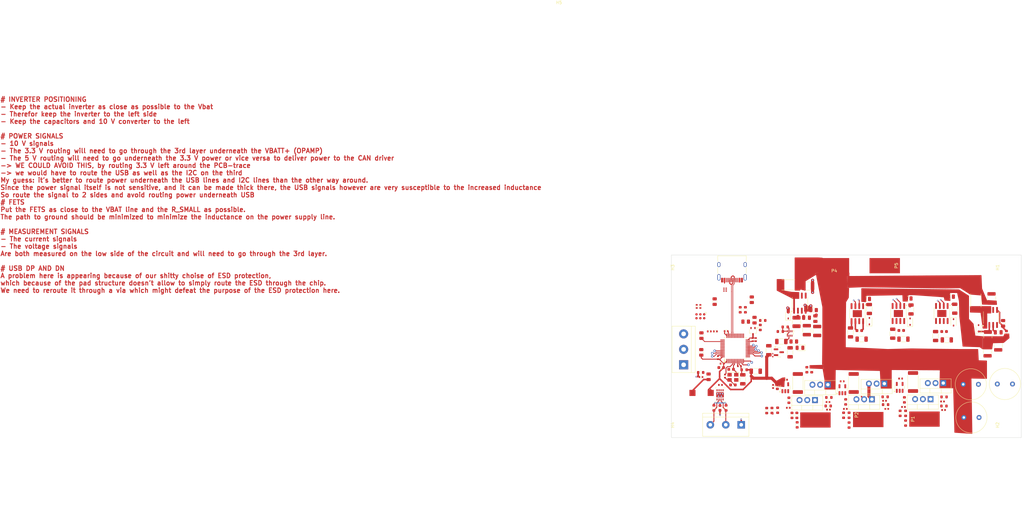
<source format=kicad_pcb>
(kicad_pcb (version 20221018) (generator pcbnew)
  (layers (0 "F.Cu" signal) (1 "In1.Cu" power) (2 "In2.Cu" power) (31 "B.Cu" signal) (34 "B.Paste" user) (35 "F.Paste" user) (36 "B.SilkS" user "B.Silkscreen") (37 "F.SilkS" user "F.Silkscreen") (38 "B.Mask" user) (39 "F.Mask" user) (44 "Edge.Cuts" user))
  (net 0 "")
  (net 1 "+10V")
  (net 2 "GND")
  (net 3 "Net-(D1-K)")
  (net 4 "Net-(U1-VS)")
  (net 5 "Net-(D2-K)")
  (net 6 "Net-(U2-VS)")
  (net 7 "Net-(D3-K)")
  (net 8 "Net-(C7-Pad1)")
  (net 9 "Net-(C8-Pad1)")
  (net 10 "Net-(C9-Pad1)")
  (net 11 "Net-(C10-Pad1)")
  (net 12 "Net-(C11-Pad1)")
  (net 13 "Net-(C12-Pad1)")
  (net 14 "Net-(C13-Pad1)")
  (net 15 "Net-(C14-Pad1)")
  (net 16 "Net-(C15-Pad1)")
  (net 17 "+BATT")
  (net 18 "+3.3V")
  (net 19 "/CPU/BOOT0")
  (net 20 "Net-(U3-VS)")
  (net 21 "/CPU/HSE_IN")
  (net 22 "+5V")
  (net 23 "/CPU/SWD_NRESET")
  (net 24 "/POWER/VBUCK5_OUT")
  (net 25 "USB_VBUS")
  (net 26 "Net-(U10-TC)")
  (net 27 "Net-(U11-TC)")
  (net 28 "Net-(D1-A)")
  (net 29 "Net-(D2-A)")
  (net 30 "Net-(D3-A)")
  (net 31 "Net-(D7-K)")
  (net 32 "Net-(D8-K)")
  (net 33 "Net-(D9-A)")
  (net 34 "/CPU/I2C_SDA")
  (net 35 "/CPU/I2C_SCL")
  (net 36 "+3.3VA")
  (net 37 "Net-(J4-CC1)")
  (net 38 "USB_DP")
  (net 40 "Net-(J4-CC2)")
  (net 42 "/DRIVER/PhaseU")
  (net 43 "/DRIVER/PhaseV")
  (net 44 "/DRIVER/PhaseW")
  (net 45 "Net-(Q1-G)")
  (net 46 "Net-(Q2-G)")
  (net 47 "/DRIVER/PhaseU_CURRENT+")
  (net 48 "Net-(Q3-G)")
  (net 49 "Net-(Q4-G)")
  (net 50 "/DRIVER/PhaseV_CURRENT+")
  (net 51 "Net-(Q5-G)")
  (net 52 "Net-(Q6-G)")
  (net 53 "/DRIVER/PhaseW_CURRENT+")
  (net 54 "Net-(Q7-B)")
  (net 55 "Net-(Q7-E)")
  (net 56 "Net-(U1-HO)")
  (net 57 "Net-(U1-LO)")
  (net 58 "Net-(U2-HO)")
  (net 59 "Net-(U2-LO)")
  (net 60 "Net-(R22-Pad1)")
  (net 61 "PhaseW_DIV")
  (net 62 "Net-(R25-Pad1)")
  (net 63 "PhaseV_DIV")
  (net 64 "Net-(R28-Pad1)")
  (net 65 "PhaseU_DIV")
  (net 66 "Phase_GVIRTUAL")
  (net 67 "/CPU/MEAS_BAT")
  (net 68 "Net-(R36-Pad1)")
  (net 69 "/CPU/MEAS_TEMP")
  (net 70 "/CPU/HSE_OUT")
  (net 71 "/CPU/SWD_SWDIO")
  (net 72 "/CPU/SWD_SWCLK")
  (net 73 "Net-(U10-Vfb)")
  (net 74 "Net-(U11-Vfb)")
  (net 75 "USB_RENUMn")
  (net 76 "USB_SENSE")
  (net 77 "Net-(U13-PR1)")
  (net 78 "PhaseU_SWITCH")
  (net 79 "PhaseU_SD")
  (net 80 "PhaseV_SWITCH")
  (net 81 "PhaseV_SD")
  (net 82 "PhaseW_SWITCH")
  (net 83 "PhaseW_SD")
  (net 84 "PhaseU_CURRENT")
  (net 85 "PhaseV_CURRENT")
  (net 86 "PhaseW_CURRENT")
  (net 97 "/CPU/CAN_RX")
  (net 98 "/CPU/CAN_TX")
  (net 102 "Net-(C35-Pad2)")
  (net 104 "Net-(U3-HO)")
  (net 105 "Net-(U3-LO)")
  (net 106 "Net-(J1-SWDIO)")
  (net 107 "Net-(J1-~{RESET})")
  (net 108 "Net-(J1-SWCLK)")
  (net 109 "/CPU/CAN_L")
  (net 110 "/CPU/CAN_H")
  (net 111 "/CPU/CAN_N")
  (net 112 "USB_DN")
  (net 113 "/POWER/VBUCK5_IN")
  (net 114 "/POWER/VBUCK10_IN")
  (footprint "Resistor_SMD:R_0603_1608Metric" (layer "F.Cu") (at 67.4 104.3125 90)
    (fp_text reference "R53" hide)
    (fp_text value "33k")
  )
  (footprint "Capacitor_SMD:C_0603_1608Metric" (layer "F.Cu") (at 54.55 117.5 180)
    (fp_text reference "C22" hide)
    (fp_text value "4.7uF")
  )
  (footprint "Package_TO_SOT_THT:TO-220-3_Vertical" (layer "F.Cu") (at 127.54 122.5925 180)
    (fp_text reference "Q1" hide)
    (fp_text value "IRFZ44N")
  )
  (footprint "Resistor_SMD:R_0603_1608Metric" (layer "F.Cu") (at 47.8 119.1 180)
    (fp_text reference "R37" hide)
    (fp_text value "33k")
  )
  (footprint "Capacitor_THT:C_Radial_D10.0mm_H20.0mm_P5.00mm" (layer "F.Cu") (at 145.3 122.9)
    (fp_text reference "C16" hide)
    (fp_text value "470uF")
  )
  (footprint "Resistor_SMD:R_0402_1005Metric" (layer "F.Cu") (at 60.55 117.025 180)
    (fp_text reference "C30" hide)
    (fp_text value "0.1uF")
  )
  (footprint "Diode_SMD:D_SOD-323" (layer "F.Cu") (at 139.14 104.5875 90)
    (fp_text reference "D8" hide)
    (fp_text value "1N5819WS")
  )
  (footprint "bldc:MICROCHIP_CAN_ATA6560-GAQW-N" (layer "F.Cu") (at 54.175 126.45 180)
    (fp_text reference "U8" hide)
    (fp_text value "~")
  )
  (footprint "bldc:MountingHole_1.152mm_jlcpcb" (layer "F.Cu") (at 149.1 84.6 90)
    (fp_text reference "H1")
    (fp_text value "MountingHole")
  )
  (footprint "Resistor_SMD:R_2512_6332Metric" (layer "F.Cu") (at 79.7375 122.5725 90)
    (fp_text reference "R12" hide)
    (fp_text value "3m")
  )
  (footprint "Resistor_SMD:R_1206_3216Metric" (layer "F.Cu") (at 128.7 108.4)
    (fp_text reference "R4" hide)
    (fp_text value "51")
  )
  (footprint "Capacitor_THT:C_Radial_D10.0mm_H20.0mm_P5.00mm" (layer "F.Cu") (at 134.3 133.9)
    (fp_text reference "C18" hide)
    (fp_text value "470uF")
  )
  (footprint "Capacitor_SMD:C_1206_3216Metric" (layer "F.Cu") (at 61.65 121.35 -90)
    (fp_text reference "C29" hide)
    (fp_text value "1uF")
  )
  (footprint "Package_TO_SOT_SMD:SOT-23-5" (layer "F.Cu") (at 94.3775 124.7725 90)
    (fp_text reference "U5" hide)
    (fp_text value "INA180A2")
  )
  (footprint "bldc:SolderWirePad_1x01_SMD_5x10mm" (layer "F.Cu") (at 85.5175 134.7175 -90)
    (fp_text reference "P3" hide)
    (fp_text value "~")
  )
  (footprint "Resistor_SMD:R_0805_2012Metric" (layer "F.Cu") (at 50.4 120.525 90)
    (fp_text reference "R36" hide)
    (fp_text value "1.5k")
  )
  (footprint "Resistor_SMD:R_0603_1608Metric" (layer "F.Cu") (at 89.9375 127.3175 180)
    (fp_text reference "R21" hide)
    (fp_text value "1")
  )
  (footprint "bldc:MountingHole_1.152mm_jlcpcb" (layer "F.Cu") (at 42.3 84.6 90)
    (fp_text reference "H3")
    (fp_text value "MountingHole")
  )
  (footprint "Package_TO_SOT_THT:TO-220-3_Vertical" (layer "F.Cu") (at 85.3775 128.1725 180)
    (fp_text reference "Q6" hide)
    (fp_text value "IRFZ44N")
  )
  (footprint "LED_SMD:LED_0805_2012Metric" (layer "F.Cu") (at 80.4375 111 180)
    (fp_text reference "D9" hide)
    (fp_text value "LED")
  )
  (footprint "Resistor_SMD:R_0603_1608Metric" (layer "F.Cu") (at 84.3 118.2 -90)
    (fp_text reference "R34" hide)
    (fp_text value "200k")
  )
  (footprint "Resistor_SMD:R_0603_1608Metric" (layer "F.Cu") (at 148.3 106.3 -90)
    (fp_text reference "R48" hide)
    (fp_text value "12k")
  )
  (footprint "Resistor_SMD:R_0603_1608Metric" (layer "F.Cu") (at 96.5775 133.1725 -90)
    (fp_text reference "R26" hide)
    (fp_text value "33k")
  )
  (footprint "Resistor_SMD:R_1206_3216Metric" (layer "F.Cu") (at 97.045 105.9375 -90)
    (fp_text reference "R7" hide)
    (fp_text value "51")
  )
  (footprint "bldc:MountingHole_1.152mm_jlcpcb" (layer "F.Cu") (at 149.1 136.4 90)
    (fp_text reference "H2")
    (fp_text value "MountingHole")
  )
  (footprint "Resistor_SMD:R_1206_3216Metric" (layer "F.Cu") (at 100.7 108.15)
    (fp_text reference "R6" hide)
    (fp_text value "51")
  )
  (footprint "Package_TO_SOT_SMD:SOT-583-8" (layer "F.Cu") (at 77.0625 106.285 -90)
    (fp_text reference "U13" hide)
    (fp_text value "~")
  )
  (footprint "Resistor_SMD:R_2512_6332Metric" (layer "F.Cu") (at 117.6 122.2375 90)
    (fp_text reference "R10" hide)
    (fp_text value "3m")
  )
  (footprint "Resistor_SMD:R_0603_1608Metric" (layer "F.Cu") (at 96.5775 136.3975 -90)
    (fp_text reference "R25" hide)
    (fp_text value "33k")
  )
  (footprint "Resistor_SMD:R_0603_1608Metric" (layer "F.Cu") (at 79.4175 133.2175 -90)
    (fp_text reference "R23" hide)
    (fp_text value "33k")
  )
  (footprint "Diode_SMD:D_SOD-323" (layer "F.Cu") (at 103.2625 102.2375 90)
    (fp_text reference "D3" hide)
    (fp_text value "1N5819WS")
  )
  (footprint "Capacitor_SMD:C_0402_1005Metric" (layer "F.Cu") (at 89.6575 128.8175)
    (fp_text reference "C15" hide)
    (fp_text value "10nF")
  )
  (footprint "Resistor_SMD:R_0805_2012Metric" (layer "F.Cu") (at 62.6 102.4)
    (fp_text reference "R57" hide)
    (fp_text value "1.5k")
  )
  (footprint "bldc:SolderWirePad_1x01_SMD_5x10mm" (layer "F.Cu") (at 121.3625 134.435 90)
    (fp_text reference "P1")
    (fp_text value "~")
  )
  (footprint "Resistor_SMD:R_0603_1608Metric" (layer "F.Cu") (at 127.8 127.1375 180)
    (fp_text reference "R19" hide)
    (fp_text value "1")
  )
  (footprint "Capacitor_SMD:C_0603_1608Metric" (layer "F.Cu") (at 54.15 130.75 -90)
    (fp_text reference "C34" hide)
    (fp_text value "100pF")
  )
  (footprint "Resistor_SMD:R_0402_1005Metric" (layer "F.Cu") (at 75.68 121.4925)
    (fp_text reference "C21" hide)
    (fp_text value "0.1uF")
  )
  (footprint "Resistor_SMD:R_0603_1608Metric" (layer "F.Cu") (at 73.9875 105.645 180)
    (fp_text reference "R62" hide)
    (fp_text value "33k")
  )
  (footprint "Capacitor_SMD:C_0402_1005Metric" (layer "F.Cu") (at 89.8175 131.3175 180)
    (fp_text reference "C12" hide)
    (fp_text value "10nF")
  )
  (footprint "Resistor_SMD:R_0805_2012Metric" (layer "F.Cu") (at 65.5 101.9 -90)
    (fp_text reference "R51" hide)
    (fp_text value "1.5k")
  )
  (footprint "Capacitor_SMD:C_1206_3216Metric" (layer "F.Cu") (at 74.3125 108.925 180)
    (fp_text reference "C38" hide)
    (fp_text value "1uF")
  )
  (footprint "Resistor_SMD:R_0603_1608Metric" (layer "F.Cu") (at 114.7625 128.11 -90)
    (fp_text reference "R13" hide)
    (fp_text value "1")
  )
  (footprint "Resistor_SMD:R_0603_1608Metric" (layer "F.Cu") (at 56.15 130.75 -90)
    (fp_text reference "R42" hide)
    (fp_text value "56")
  )
  (footprint "Resistor_SMD:R_0402_1005Metric" (layer "F.Cu") (at 71.6 123.71 90)
    (fp_text reference "TH1" hide)
    (fp_text value "47k")
  )
  (footprint "Capacitor_SMD:C_0402_1005Metric" (layer "F.Cu") (at 108.9775 131.0725 180)
    (fp_text reference "C11" hide)
    (fp_text value "10nF")
  )
  (footprint "Capacitor_SMD:C_1206_3216Metric" (layer "F.Cu") (at 77.2 112.475 -90)
    (fp_text reference "C46" hide)
    (fp_text value "1uF")
  )
  (footprint "Package_TO_SOT_THT:TO-220-3_Vertical" (layer "F.Cu") (at 108.1775 122.7725 180)
    (fp_text reference "Q3" hide)
    (fp_text value "IRFZ44N")
  )
  (footprint "TerminalBlock:TerminalBlock_bornier-3_P5.08mm" (layer "F.Cu") (at 42.2 116.58 90)
    (fp_text reference "J3" hide)
    (fp_text value "Screw_Terminal_01x03")
  )
  (footprint "Capacitor_SMD:C_0805_2012Metric" (layer "F.Cu") (at 115.99 94.7825)
    (fp_text reference "C2" hide)
    (fp_text value "0.47uF")
  )
  (footprint "Resistor_SMD:R_0603_1608Metric" (layer "F.Cu") (at 94.7775 133.1725 90)
    (fp_text reference "R27" hide)
    (fp_text value "33k")
  )
  (footprint "Package_SO:SOIC-8_3.9x4.9mm_P1.27mm" (layer "F.Cu") (at 143.305 101.025 90)
    (fp_text reference "U11" hide)
    (fp_text value "MC34063AD")
  )
  (footprint "Capacitor_SMD:C_0402_1005Metric" (layer "F.Cu") (at 76.6025 130.7175)
    (fp_text reference "C9" hide)
    (fp_text value "10nF")
  )
  (footprint "Resistor_SMD:R_0402_1005Metric" (layer "F.Cu") (at 47.89 120.6125 180)
    (fp_text reference "C25" hide)
    (fp_text value "0.1uF")
  )
  (footprint "Resistor_SMD:R_0603_1608Metric" (layer "F.Cu") (at 82.7 118.2 -90)
    (fp_text reference "R35" hide)
    (fp_text value "33k")
  )
  (footprint "Resistor_SMD:R_0603_1608Metric" (layer "F.Cu") (at 62.1 118.225)
    (fp_text reference "FB1" hide)
    (fp_text value "120R")
  )
  (footprint "Package_SO:SOIC-8-1EP_3.9x4.9mm_P1.27mm_EP2.29x3mm" (layer "F.Cu") (at 99.295 99.7675 -90)
    (fp_text reference "U3" hide)
    (fp_text value "ir2104")
  )
  (footprint "Resistor_SMD:R_0603_1608Metric" (layer "F.Cu") (at 76.8025 128.2425 -90)
    (fp_text reference "R15" hide)
    (fp_text value "1")
  )
  (footprint "bldc:SolderWirePad_1x01_SMD_5x10mm" (layer "F.Cu") (at 91.6 84 -90)
    (fp_text reference "P4")
    (fp_text value "~")
  )
  (footprint "Capacitor_SMD:C_1210_3225Metric" (layer "F.Cu") (at 86.1 105.475 90)
    (fp_text reference "C37" hide)
    (fp_text value "100uF")
  )
  (footprint "Connector_USB:USB_C_Receptacle_HRO_TYPE-C-31-M-12" (layer "F.Cu") (at 58.1 84.7 180)
    (fp_text reference "J4" hide)
    (fp_text value "TYPE-C-31-M-12")
  )
  (footprint "Resistor_SMD:R_0603_1608Metric" (layer "F.Cu") (at 79.5175 136.3175 -90)
    (fp_text reference "R22" hide)
    (fp_text value "33k")
  )
  (footprint "Capacitor_SMD:C_1210_3225Metric" (layer "F.Cu") (at 143.4 94.745 90)
    (fp_text reference "C45" hide)
    (fp_text value "100uF")
  )
  (footprint "Capacitor_SMD:C_1206_3216Metric" (layer "F.Cu") (at 65.9 118.7)
    (fp_text reference "C31" hide)
    (fp_text value "1uF")
  )
  (footprint "Package_TO_SOT_SMD:SOT-23-5" (layer "F.Cu") (at 75.6175 124.1175 90)
    (fp_text reference "U6" hide)
    (fp_text value "INA180A2")
  )
  (footprint "Resistor_SMD:R_1206_3216Metric" (layer "F.Cu") (at 116.93 98.4 -90)
    (fp_text reference "R2" hide)
    (fp_text value "10")
  )
  (footprint "Resistor_SMD:R_0603_1608Metric" (layer "F.Cu") (at 127.7625 130.135)
    (fp_text reference "R16" hide)
    (fp_text value "1")
  )
  (footprint "Resistor_SMD:R_0805_2012Metric" (layer "F.Cu") (at 84.9 98.6 180)
    (fp_text reference "R54" hide)
    (fp_text value "1.5k")
  )
  (footprint "Package_QFP:LQFP-48_7x7mm_P0.5mm" (layer "F.Cu") (at 59.15 111.2 90)
    (fp_text reference "U7" hide)
    (fp_text value "STM32F303CBTx")
  )
  (footprint "Resistor_SMD:R_0805_2012Metric" (layer "F.Cu") (at 52.4 95.8125 -90)
    (fp_text reference "R56" hide)
    (fp_text value "5.1k")
  )
  (footprint "Resistor_SMD:R_0805_2012Metric" (layer "F.Cu") (at 147.2 102.95 90)
    (fp_text reference "R55" hide)
    (fp_text value "1.5k")
  )
  (footprint "Resistor_SMD:R_0603_1608Metric" (layer "F.Cu") (at 73.1 131.525 90)
    (fp_text reference "R33" hide)
    (fp_text value "33k")
  )
  (footprint "Package_TO_SOT_THT:TO-220-3_Vertical" (layer "F.Cu") (at 104.0775 127.9175 180)
    (fp_text reference "Q4" hide)
    (fp_text value "IRFZ44N")
  )
  (footprint "Resistor_SMD:R_0603_1608Metric" (layer "F.Cu") (at 95.4625 128.78 -90)
    (fp_text reference "R14" hide)
    (fp_text value "1")
  )
  (footprint "bldc:TI_USB-ESD_TPD4S012" (layer "F.Cu") (at 55.825 91.9 90)
    (fp_text reference "U9" hide)
    (fp_text value "~")
  )
  (footprint "Package_TO_SOT_THT:TO-220-3_Vertical" (layer "F.Cu") (at 89.6175 123.1175 180)
    (fp_text reference "Q5" hide)
    (fp_text value "IRFZ44N")
  )
  (footprint "Resistor_SMD:R_0603_1608Metric" (layer "F.Cu") (at 71.23 131.6 90)
    (fp_text reference "R32" hide)
    (fp_text value "33k")
  )
  (footprint "Capacitor_SMD:C_0603_1608Metric" (layer "F.Cu") (at 99.945 105.3375 180)
    (fp_text reference "C6" hide)
    (fp_text value "4.7uF")
  )
  (footprint "Resistor_SMD:R_0603_1608Metric" (layer "F.Cu") (at 60.8 98.5 -90)
    (fp_text reference "R49" hide)
    (fp_text value "33k")
  )
  (footprint "Resistor_SMD:R_0603_1608Metric" (layer "F.Cu") (at 115.1625 132.535 -90)
    (fp_text reference "R29" hide)
    (fp_text value "33k")
  )
  (footprint "Capacitor_SMD:C_0402_1005Metric" (layer "F.Cu") (at 127.6425 131.435 180)
    (fp_text reference "C10" hide)
    (fp_text value "10nF")
  )
  (footprint "Resistor_SMD:R_0402_1005Metric" (layer "F.Cu") (at 55.8 120.3 -90)
    (fp_text reference "R45" hide)
    (fp_text value "0")
  )
  (footprint "Resistor_SMD:R_0402_1005Metric" (layer "F.Cu") (at 113.525 121.11)
    (fp_text reference "C19" hide)
    (fp_text value "0.1uF")
  )
  (footprint "Resistor_SMD:R_0805_2012Metric" (layer "F.Cu") (at 48 112.5 90)
    (fp_text reference "R46" hide)
    (fp_text value "4.7k")
  )
  (footprint "Capacitor_SMD:C_1210_3225Metric" (layer "F.Cu") (at 83.1 90.7)
    (fp_text reference "C44" hide)
    (fp_text value "100uF")
  )
  (footprint "Package_SO:SOIC-8_3.9x4.9mm_P1.27mm" (layer "F.Cu") (at 80.41 96.3275 90)
    (fp_text reference "U10" hide)
    (fp_text value "MC34063AD")
  )
  (footprint "Resistor_SMD:R_1206_3216Metric" (layer "F.Cu") (at 125.015 107.125 -90)
    (fp_text reference "R5" hide)
    (fp_text value "51")
  )
  (footprint "Resistor_SMD:R_0402_1005Metric" (layer "F.Cu") (at 52.63 105.6 180)
    (fp_text reference "R39" hide)
    (fp_text value "10")
  )
  (footprint "Capacitor_SMD:C_1210_3225Metric" (layer "F.Cu") (at 142.1 112.15 -90)
    (fp_text reference "C41" hide)
    (fp_text value "100uF")
  )
  (footprint "Resistor_SMD:R_0603_1608Metric" (layer "F.Cu") (at 52.15 130.75 90)
    (fp_text reference "R43" hide)
    (fp_text value "56")
  )
  (footprint "Capacitor_SMD:C_0603_1608Metric" (layer "F.Cu") (at 58.4 123.2)
    (fp_text reference "C35" hide)
    (fp_text value "20pF")
  )
  (footprint "Diode_SMD:D_SOD-323" (layer "F.Cu") (at 130.915 102.6375 -90)
    (fp_text reference "D1" hide)
    (fp_text value "1N5819WS")
  )
  (footprint "Capacitor_SMD:C_0805_2012Metric" (layer "F.Cu") (at 129.915 94.1875)
    (fp_text reference "C1" hide)
    (fp_text value "0.47uF")
  )
  (footprint "Capacitor_THT:C_Radial_D10.0mm_H20.0mm_P5.00mm" (layer "F.Cu") (at 134.1 123)
    (fp_text reference "C17" hide)
    (fp_text value "470uF")
  )
  (footprint "Capacitor_SMD:C_0402_1005Metric" (layer "F.Cu") (at 95.3625 131.08)
    (fp_text reference "C8" hide)
    (fp_text value "10nF")
  )
  (footprint "bldc:SolderWirePad_1x01_SMD_5x10mm" (layer "F.Cu") (at 108.3 84 -90)
    (fp_text reference "P5")
    (fp_text value "~")
  )
  (footprint "Capacitor_SMD:C_0603_1608Metric" (layer "F.Cu") (at 113.73 105.3 180)
    (fp_text reference "C5" hide)
    (fp_text value "4.7uF")
  )
  (footprint "Capacitor_SMD:C_0402_1005Metric" (layer "F.Cu") (at 108.2375 128.4175)
    (fp_text reference "C14" hide)
    (fp_text value "10nF")
  )
  (footprint "Capacitor_SMD:C_0603_1608Metric" (layer "F.Cu") (at 127.815 105.65 180)
    (fp_text reference "C4" hide)
    (fp_text value "4.7uF")
  )
  (footprint "Resistor_SMD:R_2512_6332Metric" (layer "F.Cu") (at 76.615 90.3025 180)
    (fp_text reference "R59" hide)
    (fp_text value "0.33")
  )
  (footprint "Crystal:Crystal_SMD_3225-4Pin_3.2x2.5mm" (layer "F.Cu") (at 58.4 120.7 180)
    (fp_text reference "Y1" hide)
    (fp_text value "8 MHz")
  )
  (footprint "Resistor_SMD:R_1206_3216Metric" (layer "F.Cu") (at 110.93 106.3625 -90)
    (fp_text reference "R9" hide)
    (fp_text value "51")
  )
  (footprint "Resistor_SMD:R_0402_1005Metric" (layer "F.Cu") (at 54.85 116.2 180)
    (fp_text reference "C27" hide)
    (fp_text value "0.1uF")
  )
  (footprint "Resistor_SMD:R_0402_1005Metric" (layer "F.Cu") (at 53.475 114.225 90)
    (fp_text reference "C23" hide)
    (fp_text value "0.1uF")
  )
  (footprint "Package_TO_SOT_SMD:SOT-23" (layer "F.Cu") (at 73.5 112.45)
    (fp_text reference "U14" hide)
    (fp_text value "XC6206P332MR-G")
  )
  (footprint "bldc:ALPSALPINE_BUTTON_SPEH110100" (layer "F.Cu") (at 48.1 125.825 180)
    (fp_text reference "SW1" hide)
    (fp_text value "SW_Push")
  )
  (footprint "Resistor_SMD:R_0603_1608Metric" (layer "F.Cu") (at 89.7175 130.1175)
    (fp_text reference "R18" hide)
    (fp_text value "1")
  )
  (footprint "Inductor_SMD:L_1210_3225Metric" (layer "F.Cu") (at 79.3 102.5 90)
    (fp_text reference "L1" hide)
    (fp_text value "100u")
  )
  (footprint "Capacitor_SMD:C_0805_2012Metric" (layer "F.Cu") (at 102.345 94.9375)
    (fp_text reference "C3" hide)
    (fp_text value "0.47uF")
  )
  (footprint "Diode_SMD:D_SOD-323" (layer "F.Cu") (at 76.6 100.3 90)
    (fp_text reference "D7" hide)
    (fp_text value "1N5819WS")
  )
  (footprint "Resistor_SMD:R_0603_1608Metric" (layer "F.Cu") (at 68.2 102.0125)
    (fp_text reference "R52" hide)
    (fp_text value "12k")
  )
  (footprint "Resistor_SMD:R_0805_2012Metric" (layer "F.Cu") (at 64.6 95.2 -90)
    (fp_text reference "R58" hide)
    (fp_text value "5.1k")
  )
  (footprint "Inductor_SMD:L_1210_3225Metric" (layer "F.Cu") (at 142.2 107.2 90)
    (fp_text reference "L2" hide)
    (fp_text value "100u")
  )
  (footprint "Capacitor_SMD:C_0603_1608Metric" (layer "F.Cu") (at 57.8 118.075)
    (fp_text reference "C36" hide)
    (fp_text value "20pF")
  )
  (footprint "Resistor_SMD:R_0402_1005Metric" (layer "F.Cu") (at 46.5 97.4 -90)
    (fp_text reference "C32" hide)
    (fp_text value "0.1uF")
  )
  (footprint "Resistor_SMD:R_0402_1005Metric" (layer "F.Cu") (at 94.3175 122.01)
    (fp_text reference "C20" hide)
    (fp_text value "0.1uF")
  )
  (footprint "Resistor_SMD:R_0402_1005Metric" (layer "F.Cu") (at 54.3 123.2)
    (fp_text reference "C33" hide)
    (fp_text value "0.1uF")
  )
  (footprint "Resistor_SMD:R_0805_2012Metric" (layer "F.Cu") (at 48.05 106.9875 -90)
    (fp_text reference "R44" hide)
    (fp_text value "4.7k")
  )
  (footprint "Resistor_SMD:R_0805_2012Metric" (layer "F.Cu") (at 78.4125 108.925 180)
    (fp_text reference "R63" hide)
    (fp_text value "1.5k")
  )
  (footprint "Package_TO_SOT_SMD:SOT-323_SC-70" (layer "F.Cu") (at 65 105.5 -90)
    (fp_text reference "Q7" hide)
    (fp_text value "BC847BW,115")
  )
  (footprint "Resistor_SMD:R_0402_1005Metric" (layer "F.Cu") (at 64.85 108.3 -90)
    (fp_text reference "C24" hide)
    (fp_text value "0.1uF")
  )
  (footprint "Resistor_SMD:R_0402_1005Metric" (layer "F.Cu") (at 47.7 97.41 -90)
    (fp_text reference "R41" hide)
    (fp_text value "10")
  )
  (footprint "Capacitor_SMD:C_0805_2012Metric" (layer "F.Cu") (at 145.6 105.9 180)
    (fp_text reference "C43" hide)
    (fp_text value "820pF")
  )
  (footprint "Package_SO:SOIC-8-1EP_3.9x4.9mm_P1.27mm_EP2.29x3mm" (layer "F.Cu") (at 112.795 99.725 -90)
    (fp_text reference "U2" hide)
    (fp_text value "ir2104")
  )
  (footprint "Resistor_SMD:R_0402_1005Metric" (layer "F.Cu") (at 50.63 105.6 180)
    (fp_text reference "R40" hide)
    (fp_text value "10")
  )
  (footprint "Resistor_SMD:R_0402_1005Metric" (layer "F.Cu") (at 56.175 105.525)
    (fp_text reference "C26" hide)
    (fp_text value "0.1uF")
  )
  (footprint "Resistor_SMD:R_0603_1608Metric" (layer "F.Cu") (at 108.4375 127.1175 180)
    (fp_text reference "R20" hide)
    (fp_text value "1")
  )
  (footprint "Resistor_SMD:R_0805_2012Metric" (layer "F.Cu") (at 85.5 101.4125 -90)
    (fp_text reference "R47" hide)
    (fp_text value "4.7k")
  )
  (footprint "Package_TO_SOT_SMD:SOT-23-5" (layer "F.Cu") (at 113.215 124.01 90)
    (fp_text reference "U4" hide)
    (fp_text value "INA180A2")
  )
  (footprint "Resistor_SMD:R_0402_1005Metric" (layer "F.Cu") (at 65.95 108.3 -90)
    (fp_text reference "C28" hide)
    (fp_text value "0.1uF")
  )
  (footprint "Resistor_SMD:R_0603_1608Metric" (layer "F.Cu") (at 77.8175 133.2175 90)
    (fp_text reference "R24" hide)
    (fp_text value "33k")
  )
  (footprint "bldc:MountingHole_1.152mm_jlcpcb" (layer "F.Cu") (at 1.227 1.227)
    (fp_text reference "H5")
    (fp_text value "MountingHole")
  )
  (footprint "Capacitor_SMD:C_0402_1005Metric" (layer "F.Cu") (at 114.4625 130.435 180)
    (fp_text reference "C7" hide)
    (fp_text value "10nF")
  )
  (footprint "Resistor_SMD:R_2512_6332Metric" (layer "F.Cu") (at 98.1 122.5625 90)
    (fp_text reference "R11" hide)
    (fp_text value "3m")
  )
  (footprint "Capacitor_SMD:C_1210_3225Metric" (layer "F.Cu") (at 82.7 105.2 -90)
    (fp_text reference "C40" hide)
    (fp_text value "100uF")
  )
  (footprint "Diode_SMD:D_SOD-323" (layer "F.Cu") (at 116.63 102.4 90)
    (fp_text reference "D2" hide)
    (fp_text value "1N5819WS")
  )
  (footprint "Package_SO:SOIC-8-1EP_3.9x4.9mm_P1.27mm_EP2.29x3mm" (layer "F.Cu") (at 127.065 99.7175 -90)
    (fp_text reference "U1" hide)
    (fp_text value "ir2104")
  )
  (footprint "Capacitor_SMD:C_1210_3225Metric" (layer "F.Cu") (at 145.6 110.2 90)
    (fp_text reference "C39" hide)
    (fp_text value "100uF")
  )
  (footprint "Resistor_SMD:R_1206_3216Metric" (layer "F.Cu") (at 114.45 108.15)
    (fp_text reference "R8" hide)
    (fp_text value "51")
  )
  (footprint "Resistor_SMD:R_0603_1608Metric" (layer "F.Cu") (at 75.5875 104.145 180)
    (fp_text reference "R61" hide)
    (fp_text value "33k")
  )
  (footprint "Resistor_SMD:R_0603_1608Metric" (layer "F.Cu") (at 62.5 98.5 90)
    (fp_text reference "R50" hide)
    (fp_text value "33k")
  )
  (footprint "bldc:Ningbo-Kangnex-Elec_3x1-WJ500V-5.08-3P" (layer "F.Cu") (at 61.13 136.3 180)
    (fp_text reference "J2" hide)
    (fp_text value "Screw_Terminal_01x03")
  )
  (footprint "bldc:MountingHole_1.152mm_jlcpcb" (layer "F.Cu") (at 42.3 136.4 90)
    (fp_text reference "H4")
    (fp_text value "MountingHole")
  )
  (footprint "Capacitor_SMD:C_0402_1005Metric" (layer "F.Cu") (at 127.3 128.6375)
    (fp_text reference "C13" hide)
    (fp_text value "10nF")
  )
  (footprint "Resistor_SMD:R_0603_1608Metric" (layer "F.Cu") (at 69.5 131.625 90)
    (fp_text reference "R31" hide)
    (fp_text value "33k")
  )
  (footprint "Resistor_SMD:R_0603_1608Metric" (layer "F.Cu") (at 113.3625 132.535 90)
    (fp_text reference "R30" hide)
    (fp_text value "33k")
  )
  (footprint "bldc:SolderWirePad_1x01_SMD_5x10mm" (layer "F.Cu") (at 102.8775 134.5725 90)
    (fp_text reference "P2")
    (fp_text value "~")
  )
  (footprint "Resistor_SMD:R_0603_1608Metric" (layer "F.Cu") (at 73 123.675 90)
    (fp_text reference "R38" hide)
    (fp_text value "33k")
  )
  (footprint "Package_TO_SOT_THT:TO-220-3_Vertical" (layer "F.Cu") (at 123.3775 127.8725 180)
    (fp_text reference "Q2" hide)
    (fp_text value "IRFZ44N")
  )
  (footprint "Connector:Tag-Connect_TC2030-IDC-NL_2x03_P1.27mm_Vertical" (layer "F.Cu") (at 47.7 100.635 180)
    (fp_text reference "J1" hide)
    (fp_text value "Conn_ARM_SWD_TagConnect_TC2030-NL")
  )
  (footprint "Capacitor_SMD:C_0805_2012Metric" (layer "F.Cu") (at 82.6 101.1 180)
    (fp_text reference "C42" hide)
    (fp_text value "470pF")
  )
  (footprint "Resistor_SMD:R_2512_6332Metric" (layer "F.Cu") (at 138.24 95.44125 -90)
    (fp_text reference "R60" hide)
    (fp_text value "0.33")
  )
  (footprint "Resistor_SMD:R_1206_3216Metric" (layer "F.Cu") (at 131.315 98.15 -90)
    (fp_text reference "R1" hide)
    (fp_text value "10")
  )
  (footprint "Resistor_SMD:R_0603_1608Metric" (layer "F.Cu") (at 108.5775 129.6725)
    (fp_text reference "R17" hide)
    (fp_text value "1")
  )
  (footprint "Resistor_SMD:R_1206_3216Metric" (layer "F.Cu") (at 103.245 98.2375 -90)
    (fp_text reference "R3" hide)
    (fp_text value "10")
  )
  (footprint "Capacitor_SMD:C_1206_3216Metric" (layer "F.Cu") (at 70.2 111.8 90)
    (fp_text reference "C47" hide)
    (fp_text value "1uF")
  )
  (footprint "Resistor_SMD:R_0603_1608Metric" (layer "F.Cu") (at 115.1625 135.735 -90)
    (fp_text reference "R28" hide)
    (fp_text value "33k")
  )
  (gr_rect (start 38.2 80.5) (end 153.2 140.5) (stroke (width 0.1)) (fill none) (layer "Edge.Cuts"))
  (gr_text "# INVERTER POSITIONING\n- Keep the actual inverter as close as possible to the Vbat\n- Therefor keep the inverter to the left side\n- Keep the capacitors and 10 V converter to the left\n\n# POWER SIGNALS\n- 10 V signals\n- The 3.3 V routing will need to go through the 3rd layer underneath the VBATT+ (OPAMP)\n- The 5 V routing will need to go underneath the 3.3 V power or vice versa to deliver power to the CAN driver\n-> WE COULD AVOID THIS, by routing 3.3 V left around the PCB-trace\n-> we would have to route the USB as well as the I2C on the third \nMy guess: it's better to route power underneath the USB lines and I2C lines than the other way around.\nSince the power signal itself is not sensitive, and it can be made thick there, the USB signals however are very susceptible to the increased inductance\nSo route the signal to 2 sides and avoid routing power underneath USB\n# FETS\nPut the FETS as close to the VBAT line and the R_SMALL as possible.\nThe path to ground should be minimized to minimize the inductance on the power supply line.\n\n# MEASUREMENT SIGNALS\n- The current signals\n- The voltage signals\nAre both measured on the low side of the circuit and will need to go through the 3rd layer.\n\n# USB DP AND DN\nA problem here is appearing because of our shitty choise of ESD protection,\nwhich because of the pad structure doesn't allow to simply route the ESD through the chip.\nWe need to reroute it through a via which might defeat the purpose of the ESD protection here." (at -182.5 93) (layer "F.Cu") (effects (font (size 1.5 1.5) (thickness 0.3) bold) (justify left bottom)))
  (segment (start 102.5075 96.775) (end 103.245 96.775) (width 1) (layer "F.Cu") (net 1))
  (segment (start 142.1 108.7) (end 142.2 108.6) (width 1) (layer "F.Cu") (net 1))
  (segment (start 145.6 108.725) (end 146.7 108.725) (width 1) (layer "F.Cu") (net 1))
  (segment (start 130.74 96.6875) (end 131.315 96.6875) (width 1) (layer "F.Cu") (net 1))
  (segment (start 145.475 108.6) (end 145.6 108.725) (width 1) (layer "F.Cu") (net 1))
  (segment (start 116.6175 97.25) (end 116.93 96.9375) (width 1) (layer "F.Cu") (net 1))
  (segment (start 76.6 99.25) (end 76.6 98.1) (width 1) (layer "F.Cu") (net 2))
  (segment (start 59.9 116.885) (end 60.04 117.025) (width 0.3) (layer "F.Cu") (net 2))
  (segment (start 84.575 92.775) (end 84.6 92.8) (width 1) (layer "F.Cu") (net 2))
  (segment (start 83.9875 97.222056) (end 83.982722 97.217278) (width 1) (layer "F.Cu") (net 2))
  (segment (start 53.74 113.45) (end 54.9875 113.45) (width 0.3) (layer "F.Cu") (net 2))
  (segment (start 46.975 120.2075) (end 47.38 120.6125) (width 0.5) (layer "F.Cu") (net 2))
  (segment (start 46.975 120.2075) (end 46.6825 120.5) (width 0.5) (layer "F.Cu") (net 2))
  (segment (start 56.9 105.74) (end 56.9 107.0375) (width 0.3) (layer "F.Cu") (net 2))
  (segment (start 76.6 98.1) (end 76.4 97.9) (width 1) (layer "F.Cu") (net 2))
  (segment (start 54.2 133.1) (end 54.15 133.05) (width 0.5) (layer "F.Cu") (net 2))
  (segment (start 83.5 97.7) (end 83.982722 97.217278) (width 1) (layer "F.Cu") (net 2))
  (segment (start 83.9875 98.6) (end 83.7 98.6) (width 1) (layer "F.Cu") (net 2))
  (segment (start 64.85 108.81) (end 65.95 108.81) (width 0.3) (layer "F.Cu") (net 2))
  (segment (start 64.85 108.81) (end 64.71 108.95) (width 0.3) (layer "F.Cu") (net 2))
  (segment (start 46.975 119.1) (end 46.975 120.2075) (width 0.5) (layer "F.Cu") (net 2))
  (segment (start 56.685 105.525) (end 56.9 105.74) (width 0.3) (layer "F.Cu") (net 2))
  (segment (start 59.9 115.3625) (end 59.9 116.885) (width 0.3) (layer "F.Cu") (net 2))
  (segment (start 83.7 98.6) (end 82.8 97.7) (width 1) (layer "F.Cu") (net 2))
  (segment (start 84.575 90.7) (end 84.575 92.775) (width 1) (layer "F.Cu") (net 2))
  (segment (start 83.9875 98.6) (end 83.9875 97.222056) (width 1) (layer "F.Cu") (net 2))
  (segment (start 54.15 133.05) (end 54.15 131.525) (width 0.5) (layer "F.Cu") (net 2))
  (segment (start 83.9875 98.6) (end 82.5175 98.6) (width 1) (layer "F.Cu") (net 2))
  (segment (start 82.315 98.8025) (end 82.315 97.215) (width 1) (layer "F.Cu") (net 2))
  (segment (start 53.475 113.715) (end 53.74 113.45) (width 0.3) (layer "F.Cu") (net 2))
  (segment (start 61.13 136.3) (end 61.13 134.53) (width 0.5) (layer "F.Cu") (net 2))
  (segment (start 84.575 90.7) (end 84.575 88.825) (width 1) (layer "F.Cu") (net 2))
  (segment (start 46.6825 120.5) (end 46.3 120.5) (width 0.5) (layer "F.Cu") (net 2))
  (segment (start 82.8 97.7) (end 82.315 97.215) (width 1) (layer "F.Cu") (net 2))
  (segment (start 84.575 88.825) (end 84.6 88.8) (width 1) (layer "F.Cu") (net 2))
  (segment (start 64.71 108.95) (end 63.3125 108.95) (width 0.3) (layer "F.Cu") (net 2))
  (segment (start 82.5175 98.6) (end 82.315 98.8025) (width 1) (layer "F.Cu") (net 2))
  (segment (start 82.315 97.215) (end 82.1 97) (width 1) (layer "F.Cu") (net 2))
  (segment (start 61.13 134.53) (end 61.1 134.5) (width 0.5) (layer "F.Cu") (net 2))
  (segment (start 82.8 97.7) (end 83.5 97.7) (width 1) (layer "F.Cu") (net 2))
  (via (at 54.2 133.1) (size 0.5) (drill 0.3) (layers "F.Cu" "B.Cu") (net 2))
  (via (at 53.7 126.9) (size 0.5) (drill 0.3) (layers "F.Cu" "B.Cu") (net 2))
  (via (at 76.4 97.9) (size 0.5) (drill 0.3) (layers "F.Cu" "B.Cu") (net 2))
  (via (at 84.6 88.8) (size 0.5) (drill 0.3) (layers "F.Cu" "B.Cu") (net 2))
  (via (at 53.4 126.1) (size 0.5) (drill 0.3) (layers "F.Cu" "B.Cu") (net 2))
  (via (at 55 126.1) (size 0.5) (drill 0.3) (layers "F.Cu" "B.Cu") (net 2))
  (via (at 61.1 134.5) (size 0.5) (drill 0.3) (layers "F.Cu" "B.Cu") (net 2))
  (via (at 46.3 120.5) (size 0.5) (drill 0.3) (layers "F.Cu" "B.Cu") (net 2))
  (via (at 84.6 92.8) (size 0.5) (drill 0.3) (layers "F.Cu" "B.Cu") (net 2))
  (via (at 54.2 126.1) (size 0.5) (drill 0.3) (layers "F.Cu" "B.Cu") (net 2))
  (via (at 82.1 97) (size 0.5) (drill 0.3) (layers "F.Cu" "B.Cu") (net 2))
  (via (at 54.6 126.9) (size 0.5) (drill 0.3) (layers "F.Cu" "B.Cu") (net 2))
  (via (at 83.982722 97.217278) (size 0.5) (drill 0.3) (layers "F.Cu" "B.Cu") (net 2))
  (segment (start 101.2 104.8575) (end 101.2 102.2425) (width 0.5) (layer "F.Cu") (net 7))
  (segment (start 100.72 105.3375) (end 101.2 104.8575) (width 0.5) (layer "F.Cu") (net 7))
  (segment (start 57.6 124.7) (end 61.746878 124.7) (width 0.5) (layer "F.Cu") (net 18))
  (segment (start 64.85 107.79) (end 65.95 107.79) (width 0.3) (layer "F.Cu") (net 18))
  (segment (start 51.1 124.775) (end 51.1 125.825) (width 0.5) (layer "F.Cu") (net 18))
  (segment (start 54.025 120.35) (end 54.025 118.8) (width 0.5) (layer "F.Cu") (net 18))
  (segment (start 53.475 114.735) (end 48.435 114.735) (width 0.3) (layer "F.Cu") (net 18))
  (segment (start 65.125 121) (end 64.425 120.3) (width 1) (layer "F.Cu") (net 18))
  (segment (start 64.425 120.3) (end 64.425 118.7) (width 0.5) (layer "F.Cu") (net 18))
  (segment (start 55.665 105.525) (end 55.665 106.3025) (width 0.3) (layer "F.Cu") (net 18))
  (segment (start 64.85 107.79) (end 63.9725 107.79) (width 0.3) (layer "F.Cu") (net 18))
  (segment (start 69.5 121) (end 65.125 121) (width 1) (layer "F.Cu") (net 18))
  (segment (start 55.36 116.2) (end 55.5625 116.2) (width 0.3) (layer "F.Cu") (net 18))
  (segment (start 53.895 114.735) (end 55.36 116.2) (width 0.3) (layer "F.Cu") (net 18))
  (segment (start 62.925 118.225) (end 63.95 118.225) (width 0.5) (layer "F.Cu") (net 18))
  (segment (start 54.025 121.125) (end 57.6 124.7) (width 0.5) (layer "F.Cu") (net 18))
  (segment (start 69.5 121) (end 71.15 121) (width 1) (layer "F.Cu") (net 18))
  (segment (start 48 114.3) (end 48 113.4125) (width 0.3) (layer "F.Cu") (net 18))
  (segment (start 54.025 121.125) (end 50.4 124.75) (width 0.5) (layer "F.Cu") (net 18))
  (segment (start 70.2 113.275) (end 69.5 113.975) (width 1) (layer "F.Cu") (net 18))
  (segment (start 63.95 118.225) (end 64.425 118.7) (width 0.5) (layer "F.Cu") (net 18))
  (segment (start 53.475 114.735) (end 54.2025 114.735) (width 0.3) (layer "F.Cu") (net 18))
  (segment (start 55.36 117.465) (end 55.325 117.5) (width 0.3) (layer "F.Cu") (net 18))
  (segment (start 54.2025 114.735) (end 54.9875 113.95) (width 0.3) (layer "F.Cu") (net 18))
  (segment (start 53.475 114.735) (end 53.895 114.735) (width 0.3) (layer "F.Cu") (net 18))
  (segment (start 55.36 116.2) (end 55.36 117.465) (width 0.3) (layer "F.Cu") (net 18))
  (segment (start 54.025 120.35) (end 54.025 121.125) (width 0.5) (layer "F.Cu") (net 18))
  (segment (start 65 107.64) (end 64.85 107.79) (width 0.5) (layer "F.Cu") (net 18))
  (segment (start 55.5625 116.2) (end 56.4 115.3625) (width 0.3) (layer "F.Cu") (net 18))
  (segment (start 71.15 121) (end 73 122.85) (width 1) (layer "F.Cu") (net 18))
  (segment (start 61.746878 124.7) (end 64.425 122.021878) (width 0.5) (layer "F.Cu") (net 18))
  (segment (start 63.9725 107.79) (end 63.3125 108.45) (width 0.3) (layer "F.Cu") (net 18))
  (segment (start 55.665 106.3025) (end 56.4 107.0375) (width 0.3) (layer "F.Cu") (net 18))
  (segment (start 69.5 113.975) (end 69.5 121) (width 1) (layer "F.Cu") (net 18))
  (segment (start 54.025 118.8) (end 55.325 117.5) (width 0.5) (layer "F.Cu") (net 18))
  (segment (start 48.435 114.735) (end 48 114.3) (width 0.3) (layer "F.Cu") (net 18))
  (segment (start 65 106.5) (end 65 107.64) (width 0.5) (layer "F.Cu") (net 18))
  (segment (start 64.425 122.021878) (end 64.425 120.3) (width 0.5) (layer "F.Cu") (net 18))
  (segment (start 52.45 111.95) (end 52.4 112) (width 0.25) (layer "F.Cu") (net 19))
  (segment (start 54.9875 111.95) (end 52.45 111.95) (width 0.25) (layer "F.Cu") (net 19))
  (via (at 52.4 112) (size 0.8) (drill 0.4) (layers "F.Cu" "B.Cu") (net 19))
  (segment (start 52.35 111.95) (end 52.4 112) (width 0.5) (layer "B.Cu") (net 19))
  (segment (start 98.66 102.2425) (end 98.66 104.8275) (width 0.5) (layer "F.Cu") (net 20))
  (segment (start 98.66 104.8275) (end 99.17 105.3375) (width 0.5) (layer "F.Cu") (net 20))
  (segment (start 58.9 116.475) (end 58.575 116.8) (width 0.3) (layer "F.Cu") (net 21))
  (segment (start 59.5 119.85) (end 59.5 119) (width 0.3) (layer "F.Cu") (net 21))
  (segment (start 58.575 116.8) (end 58.575 118.075) (width 0.3) (layer "F.Cu") (net 21))
  (segment (start 58.9 115.3625) (end 58.9 116.475) (width 0.3) (layer "F.Cu") (net 21))
  (segment (start 59.5 119) (end 58.575 118.075) (width 0.3) (layer "F.Cu") (net 21))
  (segment (start 76.3125 107.025) (end 76.3125 106.497072) (width 0.3) (layer "F.Cu") (net 24))
  (segment (start 76.8125 105.997072) (end 76.8125 105.545) (width 0.3) (layer "F.Cu") (net 24))
  (segment (start 76.8125 105.545) (end 76.8125 104.545) (width 0.3) (layer "F.Cu") (net 24))
  (segment (start 79.055 104.145) (end 79.3 103.9) (width 0.3) (layer "F.Cu") (net 24))
  (segment (start 76.8125 104.545) (end 76.4125 104.145) (width 0.3) (layer "F.Cu") (net 24))
  (segment (start 76.3125 106.497072) (end 76.8125 105.997072) (width 0.3) (layer "F.Cu") (net 24))
  (segment (start 76.8125 107.9) (end 76.8125 107.025) (width 0.3) (layer "F.Cu") (net 25))
  (segment (start 55.65 89.77) (end 55.65 88.745) (width 0.3) (layer "F.Cu") (net 25))
  (segment (start 75.7875 108.925) (end 76.8125 107.9) (width 0.3) (layer "F.Cu") (net 25))
  (segment (start 81.65 100.64957) (end 81.65 101.1) (width 1) (layer "F.Cu") (net 26))
  (segment (start 144.65 105.9) (end 143.94 105.19) (width 0.5) (layer "F.Cu") (net 27))
  (segment (start 143.94 105.19) (end 143.94 103.5) (width 0.5) (layer "F.Cu") (net 27))
  (segment (start 79.3 101.1) (end 79.775 100.625) (width 1) (layer "F.Cu") (net 31))
  (segment (start 142.0375 105.6375) (end 142.2 105.8) (width 0.5) (layer "F.Cu") (net 32))
  (segment (start 142.67 105.33) (end 142.67 103.5) (width 0.5) (layer "F.Cu") (net 32))
  (segment (start 139.14 105.6375) (end 142.0375 105.6375) (width 0.5) (layer "F.Cu") (net 32))
  (segment (start 142.2 105.8) (end 142.67 105.33) (width 0.5) (layer "F.Cu") (net 32))
  (segment (start 49.1 108.95) (end 48.05 107.9) (width 0.25) (layer "F.Cu") (net 35))
  (segment (start 54.9875 108.95) (end 49.1 108.95) (width 0.25) (layer "F.Cu") (net 35))
  (segment (start 60.4 116.365) (end 60.4 115.3625) (width 0.3) (layer "F.Cu") (net 36))
  (segment (start 61.06 117.025) (end 61.06 118.01) (width 0.3) (layer "F.Cu") (net 36))
  (segment (start 61.275 119.5) (end 61.65 119.875) (width 0.3) (layer "F.Cu") (net 36))
  (segment (start 61.06 118.01) (end 61.275 118.225) (width 0.3) (layer "F.Cu") (net 36))
  (segment (start 61.275 118.225) (end 61.275 119.5) (width 0.3) (layer "F.Cu") (net 36))
  (segment (start 61.06 117.025) (end 60.4 116.365) (width 0.3) (layer "F.Cu") (net 36))
  (segment (start 57.9 105.931249) (end 57.925 105.906249) (width 0.2) (layer "F.Cu") (net 38))
  (segment (start 57.9 107.0375) (end 57.9 105.931249) (width 0.2) (layer "F.Cu") (net 38))
  (segment (start 57.925 92.5) (end 57.925 90.125) (width 0.2) (layer "F.Cu") (net 38))
  (segment (start 58.35 89.82) (end 58.35 88.745) (width 0.3) (layer "F.Cu") (net 38))
  (segment (start 57.9 90.1) (end 58.07 90.1) (width 0.3) (layer "F.Cu") (net 38))
  (segment (start 57.35 89.82) (end 57.63 90.1) (width 0.3) (layer "F.Cu") (net 38))
  (segment (start 57.925 90.125) (end 57.9 90.1) (width 0.2) (layer "F.Cu") (net 38))
  (segment (start 57.35 88.745) (end 57.35 89.82) (width 0.3) (layer "F.Cu") (net 38))
  (segment (start 58.07 90.1) (end 58.35 89.82) (width 0.3) (layer "F.Cu") (net 38))
  (segment (start 57.63 90.1) (end 57.9 90.1) (width 0.3) (layer "F.Cu") (net 38))
  (segment (start 57.925 105.906249) (end 57.925 92.5) (width 0.2) (layer "F.Cu") (net 38))
  (segment (start 103.0975 126.9375) (end 104.0775 127.9175) (width 1) (layer "F.Cu") (net 43))
  (segment (start 103.0975 122.7725) (end 103.0975 126.9375) (width 1) (layer "F.Cu") (net 43))
  (segment (start 100.6625 127.0425) (end 101.5375 127.9175) (width 0.5) (layer "F.Cu") (net 49))
  (segment (start 63.3125 110.45) (end 64.75 110.45) (width 0.3) (layer "F.Cu") (net 61))
  (segment (start 64.75 110.45) (end 65.1 110.1) (width 0.3) (layer "F.Cu") (net 61))
  (via (at 65.1 110.1) (size 0.8) (drill 0.4) (layers "F.Cu" "B.Cu") (net 61))
  (segment (start 65.372003 112.727655) (end 67.033006 112.727655) (width 0.3) (layer "F.Cu") (net 63))
  (segment (start 71.504 132.699) (end 71.23 132.425) (width 0.5) (layer "F.Cu") (net 63))
  (segment (start 65.094348 112.45) (end 65.372003 112.727655) (width 0.3) (layer "F.Cu") (net 63))
  (segment (start 63.3125 112.45) (end 65.094348 112.45) (width 0.3) (layer "F.Cu") (net 63))
  (segment (start 67.63033 112.43033) (end 67.8 112.6) (width 0.3) (layer "F.Cu") (net 63))
  (segment (start 67.330331 112.43033) (end 67.63033 112.43033) (width 0.3) (layer "F.Cu") (net 63))
  (segment (start 67.033006 112.727655) (end 67.330331 112.43033) (width 0.3) (layer "F.Cu") (net 63))
  (via (at 67.8 112.6) (size 0.8) (drill 0.4) (layers "F.Cu" "B.Cu") (net 63))
  (segment (start 63.3125 112.95) (end 64.887241 112.95) (width 0.3) (layer "F.Cu") (net 65))
  (segment (start 65.637241 113.7) (end 67.9 113.7) (width 0.3) (layer "F.Cu") (net 65))
  (segment (start 64.887241 112.95) (end 65.637241 113.7) (width 0.3) (layer "F.Cu") (net 65))
  (via (at 67.9 113.7) (size 0.8) (drill 0.4) (layers "F.Cu" "B.Cu") (net 65))
  (segment (start 64.1625 115.3625) (end 64.6 115.8) (width 0.3) (layer "F.Cu") (net 67))
  (segment (start 61.9 115.3625) (end 64.1625 115.3625) (width 0.3) (layer "F.Cu") (net 67))
  (via (at 64.6 115.8) (size 0.8) (drill 0.4) (layers "F.Cu" "B.Cu") (net 67))
  (segment (start 48.7875 121.4125) (end 49.7 121.4125) (width 0.5) (layer "F.Cu") (net 68))
  (segment (start 44.4 125.8) (end 48.7875 121.4125) (width 0.5) (layer "F.Cu") (net 68))
  (segment (start 61.4 115.3625) (end 61.4 116.20312) (width 0.3) (layer "F.Cu") (net 69))
  (segment (start 61.79688 116.6) (end 63.5 116.6) (width 0.3) (layer "F.Cu") (net 69))
  (segment (start 61.4 116.20312) (end 61.79688 116.6) (width 0.3) (layer "F.Cu") (net 69))
  (via (at 63.5 116.6) (size 0.8) (drill 0.4) (layers "F.Cu" "B.Cu") (net 69))
  (segment (start 57.467894 117.2) (end 58.4 116.267894) (width 0.3) (layer "F.Cu") (net 70))
  (segment (start 58.4 116.267894) (end 58.4 115.3625) (width 0.3) (layer "F.Cu") (net 70))
  (segment (start 55.8 119.79) (end 56.125 119.465) (width 0.3) (layer "F.Cu") (net 70))
  (segment (start 56.125 119.465) (end 56.125 117.680592) (width 0.3) (layer "F.Cu") (net 70))
  (segment (start 56.125 117.680592) (end 56.605592 117.2) (width 0.3) (layer "F.Cu") (net 70))
  (segment (start 56.605592 117.2) (end 57.467894 117.2) (width 0.3) (layer "F.Cu") (net 70))
  (segment (start 85.8125 100.1875) (end 85.5 100.5) (width 1) (layer "F.Cu") (net 73))
  (segment (start 147.2 104.375) (end 148.3 105.475) (width 0.5) (layer "F.Cu") (net 74))
  (segment (start 146.04 99.38) (end 145.21 98.55) (width 0.5) (layer "F.Cu") (net 74))
  (segment (start 146.04 102.7025) (end 146.04 99.38) (width 0.5) (layer "F.Cu") (net 74))
  (segment (start 147.2 103.8625) (end 146.04 102.7025) (width 0.5) (layer "F.Cu") (net 74))
  (segment (start 147.2 103.8625) (end 147.2 104.375) (width 0.5) (layer "F.Cu") (net 74))
  (segment (start 74.7625 104.145) (end 74.7625 105.595) (width 0.3) (layer "F.Cu") (net 77))
  (segment (start 74.7625 105.595) (end 74.8125 105.645) (width 0.3) (layer "F.Cu") (net 77))
  (segment (start 76.3125 105.545) (end 74.9125 105.545) (width 0.3) (layer "F.Cu") (net 77))
  (segment (start 74.9125 105.545) (end 74.8125 105.645) (width 0.3) (layer "F.Cu") (net 77))
  (segment (start 63.3125 111.45) (end 65.8 111.45) (width 0.3) (layer "F.Cu") (net 78))
  (segment (start 127.7 96.2) (end 126.7 95.2) (width 0.3) (layer "F.Cu") (net 78))
  (segment (start 127.7 97.2425) (end 127.7 96.2) (width 0.3) (layer "F.Cu") (net 78))
  (segment (start 65.8 111.45) (end 66 111.25) (width 0.3) (layer "F.Cu") (net 78))
  (via (at 126.7 95.2) (size 0.5) (drill 0.3) (layers "F.Cu" "B.Cu") (net 78))
  (via (at 65.889771 111.477655) (size 0.8) (drill 0.4) (layers "F.Cu" "B.Cu") (net 78))
  (segment (start 65.760661 110.5) (end 66.1 110.5) (width 0.3) (layer "F.Cu") (net 79))
  (segment (start 126.43 96.23) (end 125.7 95.5) (width 0.3) (layer "F.Cu") (net 79))
  (segment (start 63.3125 110.95) (end 65.310661 110.95) (width 0.3) (layer "F.Cu") (net 79))
  (segment (start 126.43 97.2425) (end 126.43 96.23) (width 0.3) (layer "F.Cu") (net 79))
  (segment (start 65.310661 110.95) (end 65.760661 110.5) (width 0.3) (layer "F.Cu") (net 79))
  (via (at 66.1 110.5) (size 0.8) (drill 0.4) (layers "F.Cu" "B.Cu") (net 79))
  (via (at 125.7 95.5) (size 0.5) (drill 0.3) (layers "F.Cu" "B.Cu") (net 79))
  (segment (start 66.472345 112.227655) (end 66.8 111.9) (width 0.3) (layer "F.Cu") (net 80))
  (segment (start 65.301455 111.95) (end 65.57911 112.227655) (width 0.3) (layer "F.Cu") (net 80))
  (segment (start 113.43 96.13) (end 112.2 94.9) (width 0.3) (layer "F.Cu") (net 80))
  (segment (start 65.57911 112.227655) (end 65.8 112.227655) (width 0.3) (layer "F.Cu") (net 80))
  (segment (start 113.43 97.25) (end 113.43 96.13) (width 0.3) (layer "F.Cu") (net 80))
  (segment (start 63.3125 111.95) (end 65.301455 111.95) (width 0.3) (layer "F.Cu") (net 80))
  (segment (start 65.8 112.227655) (end 66.472345 112.227655) (width 0.3) (layer "F.Cu") (net 80))
  (via (at 66.8 111.9) (size 0.8) (drill 0.4) (layers "F.Cu" "B.Cu") (net 80))
  (via (at 112.2 94.9) (size 0.5) (drill 0.3) (layers "F.Cu" "B.Cu") (net 80))
  (segment (start 112.16 96.26) (end 111.1 95.2) (width 0.3) (layer "F.Cu") (net 81))
  (segment (start 112.16 97.25) (end 112.16 96.26) (width 0.3) (layer "F.Cu") (net 81))
  (via (at 111.1 95.2) (size 0.5) (drill 0.3) (layers "F.Cu" "B.Cu") (net 81))
  (segment (start 99.93 97.2925) (end 99.93 95.43) (width 0.3) (layer "F.Cu") (net 82))
  (segment (start 99.93 95.43) (end 99.7 95.2) (width 0.3) (layer "F.Cu") (net 82))
  (via (at 99.7 95.2) (size 0.5) (drill 0.3) (layers "F.Cu" "B.Cu") (net 82))
  (segment (start 98.66 95.96) (end 98.1 95.4) (width 0.3) (layer "F.Cu") (net 83))
  (segment (start 98.66 97.2925) (end 98.66 95.96) (width 0.3) (layer "F.Cu") (net 83))
  (via (at 98.1 95.4) (size 0.5) (drill 0.3) (layers "F.Cu" "B.Cu") (net 83))
  (segment (start 52.625305 112.8) (end 51.6 112.8) (width 0.25) (layer "F.Cu") (net 97))
  (segment (start 52.975305 112.45) (end 52.625305 112.8) (width 0.25) (layer "F.Cu") (net 97))
  (segment (start 54.9875 112.45) (end 52.975305 112.45) (width 0.25) (layer "F.Cu") (net 97))
  (segment (start 51.6 112.8) (end 51.574698 112.8) (width 0.25) (layer "F.Cu") (net 97))
  (via (at 51.6 112.8) (size 0.8) (drill 0.4) (layers "F.Cu" "B.Cu") (net 97))
  (via (at 51.6 112.8) (size 0.8) (drill 0.4) (layers "F.Cu" "B.Cu") (net 97))
  (via (at 51.6 112.8) (size 0.8) (drill 0.4) (layers "F.Cu" "B.Cu") (net 97))
  (segment (start 52.261698 113.800003) (end 51.6 113.800003) (width 0.25) (layer "F.Cu") (net 98))
  (segment (start 54.9875 112.95) (end 53.111701 112.95) (width 0.25) (layer "F.Cu") (net 98))
  (segment (start 53.111701 112.95) (end 52.261698 113.800003) (width 0.25) (layer "F.Cu") (net 98))
  (via (at 51.6 113.800003) (size 0.8) (drill 0.4) (layers "F.Cu" "B.Cu") (net 98))
  (segment (start 56.54 121.55) (end 55.8 120.81) (width 0.3) (layer "F.Cu") (net 102))
  (segment (start 59.175 123.2) (end 58.95 123.2) (width 0.3) (layer "F.Cu") (net 102))
  (segment (start 58.95 123.2) (end 57.3 121.55) (width 0.3) (layer "F.Cu") (net 102))
  (segment (start 57.3 121.55) (end 56.54 121.55) (width 0.3) (layer "F.Cu") (net 102))
  (segment (start 99.5 107.8875) (end 99.2375 108.15) (width 0.3) (layer "F.Cu") (net 104))
  (segment (start 97.39 104.13) (end 97.045 104.475) (width 0.5) (layer "F.Cu") (net 105))
  (segment (start 97.39 102.2425) (end 97.39 104.13) (width 0.5) (layer "F.Cu") (net 105))
  (segment (start 53.85 127.95) (end 53.85 128.45) (width 0.3) (layer "F.Cu") (net 109))
  (segment (start 52.9 130.825) (end 52.15 131.575) (width 0.3) (layer "F.Cu") (net 109))
  (segment (start 53.85 128.35) (end 53.85 127.95) (width 0.3) (layer "F.Cu") (net 109))
  (segment (start 53.1 130.5) (end 53.1 129.1) (width 0.3) (layer "F.Cu") (net 109))
  (segment (start 53.1 129.1) (end 53.85 128.35) (width 0.3) (layer "F.Cu") (net 109))
  (segment (start 52.15 131.575) (end 52.15 135.12) (width 0.3) (layer "F.Cu") (net 109))
  (segment (start 52.9 130.7) (end 52.9 130.825) (width 0.3) (layer "F.Cu") (net 109))
  (segment (start 52.9 130.7) (end 53.1 130.5) (width 0.3) (layer "F.Cu") (net 109))
  (segment (start 52.15 135.12) (end 50.97 136.3) (width 0.3) (layer "F.Cu") (net 109))
  (segment (start 56.15 131.575) (end 55.2 130.625) (width 0.3) (layer "F.Cu") (net 110))
  (segment (start 55.2 129.2) (end 54.5 128.5) (width 0.3) (layer "F.Cu") (net 110))
  (segment (start 54.5 128.5) (end 54.5 127.95) (width 0.3) (layer "F.Cu") (net 110))
  (segment (start 56.05 131.675) (end 56.15 131.575) (width 0.3) (layer "F.Cu") (net 110))
  (segment (start 56.15 131.575) (end 56.15 131.35) (width 0.3) (layer "F.Cu") (net 110))
  (segment (start 55.2 130.625) (end 55.2 129.2) (width 0.3) (layer "F.Cu") (net 110))
  (segment (start 56.05 136.3) (end 56.05 131.675) (width 0.3) (layer "F.Cu") (net 110))
  (segment (start 54.2 129.2) (end 54.15 129.25) (width 0.3) (layer "F.Cu") (net 111))
  (segment (start 54.15 129.25) (end 54.15 129.975) (width 0.3) (layer "F.Cu") (net 111))
  (segment (start 52.15 129.45) (end 52.15 129.925) (width 0.3) (layer "F.Cu") (net 111))
  (segment (start 52.5 129.1) (end 52.15 129.45) (width 0.3) (layer "F.Cu") (net 111))
  (segment (start 55.9 129.1) (end 56.15 129.35) (width 0.3) (layer "F.Cu") (net 111))
  (segment (start 56.15 129.35) (end 56.15 129.925) (width 0.3) (layer "F.Cu") (net 111))
  (via (at 52.5 129.1) (size 0.5) (drill 0.3) (layers "F.Cu" "B.Cu") (net 111))
  (via (at 54.2 129.2) (size 0.5) (drill 0.3) (layers "F.Cu" "B.Cu") (net 111))
  (via (at 55.9 129.1) (size 0.5) (drill 0.3) (layers "F.Cu" "B.Cu") (net 111))
  (segment (start 52.5 129.1) (end 54.1 129.1) (width 0.3) (layer "B.Cu") (net 111))
  (segment (start 54.1 129.1) (end 54.2 129.2) (width 0.3) (layer "B.Cu") (net 111))
  (segment (start 54.3 129.1) (end 54.2 129.2) (width 0.3) (layer "B.Cu") (net 111))
  (segment (start 55.9 129.1) (end 54.3 129.1) (width 0.3) (layer "B.Cu") (net 111))
  (segment (start 58.85 88.745) (end 58.85 87.67) (width 0.3) (layer "F.Cu") (net 112))
  (segment (start 58.4 105.931249) (end 58.375 105.906249) (width 0.2) (layer "F.Cu") (net 112))
  (segment (start 58.4 107.0375) (end 58.4 105.931249) (width 0.2) (layer "F.Cu") (net 112))
  (segment (start 58.2 87.4) (end 57.85 87.75) (width 0.3) (layer "F.Cu") (net 112))
  (segment (start 58.58 87.4) (end 58.2 87.4) (width 0.3) (layer "F.Cu") (net 112))
  (segment (start 58.375 105.906249) (end 58.375 90.431396) (width 0.2) (layer "F.Cu") (net 112))
  (segment (start 58.375 90.431396) (end 58.85 89.956396) (width 0.2) (layer "F.Cu") (net 112))
  (segment (start 57.85 87.75) (end 57.85 88.745) (width 0.3) (layer "F.Cu") (net 112))
  (segment (start 58.85 87.67) (end 58.58 87.4) (width 0.3) (layer "F.Cu") (net 112))
  (segment (start 58.85 89.956396) (end 58.85 88.745) (width 0.2) (layer "F.Cu") (net 112))
  (segment (start 78.505 93.8525) (end 78.505 98.8025) (width 0.5) (layer "F.Cu") (net 113))
  (segment (start 78.505 98.8025) (end 78.505 95.1225) (width 0.5) (layer "F.Cu") (net 113))
  (zone (net 114) (net_name "/POWER/VBUCK10_IN") (layer "F.Cu") (priority 10) (connect_pads yes (clearance 0.254)) (min_thickness 0.25) (fill yes (thermal_gap 0.5) (thermal_bridge_width 0.5) (island_removal_mode 1) (island_area_min 10))
    (polygon (pts (xy 136.3 99.4) (xy 139.8 99.5) (xy 140.5 104.7) (xy 142 104.7) (xy 142 102.2) (xy 142 100.8) (xy 142 99.7) (xy 143.3 99.7) (xy 143.3 97.3) (xy 136.3 97.3)))
  )
  (zone (net 17) (net_name "+BATT") (layer "F.Cu") (priority 7) (connect_pads yes (clearance 0.254)) (min_thickness 0.25) (fill yes (thermal_gap 0.5) (thermal_bridge_width 0.5) (island_removal_mode 1) (island_area_min 10))
    (polygon (pts (xy 96 87.5) (xy 96 87.5) (xy 96.1 91.3) (xy 100.7 91.1) (xy 113.8 91.3) (xy 128 91.5) (xy 133.1 91.4) (xy 136.4 93.5) (xy 140 93.8) (xy 140.3 96.8) (xy 145.2 96.9) (xy 145.1 95.5) (xy 141.9 95.3) (xy 140.3 91.5) (xy 140.1 87.1) (xy 96.4 87.4) (xy 96 87.4)))
  )
  (zone (net 1) (net_name "+10V") (layer "F.Cu") (priority 12) (connect_pads yes (clearance 0.254)) (min_thickness 0.25) (fill yes (thermal_gap 0.5) (thermal_bridge_width 0.5) (island_removal_mode 1) (island_area_min 10))
    (polygon (pts (xy 100.6 91.4) (xy 114.9 91.6) (xy 132.7 91.8) (xy 136 93.9) (xy 136 101.5) (xy 137.5 103.1) (xy 138.1 107) (xy 140.5 107.2) (xy 140.5 111.5) (xy 139.5 110.8) (xy 133.9 110.6) (xy 132.8 100.6) (xy 132.7 95.7) (xy 132.1 93) (xy 129.8 93) (xy 129.9 95.6) (xy 128 95.5) (xy 127.7 94.4) (xy 117.9 93.7) (xy 116.1 93.7) (xy 115.9 95.8) (xy 114.2 95.8) (xy 114.1 93.7) (xy 104 93.9) (xy 102.3 93.9) (xy 102.2 96) (xy 100.6 95.9)))
  )
  (zone (net 113) (net_name "/POWER/VBUCK5_IN") (layer "F.Cu") (priority 4) (connect_pads yes (clearance 0.254)) (min_thickness 0.25) (fill yes (thermal_gap 0.5) (thermal_bridge_width 0.5) (island_removal_mode 1) (island_area_min 10))
    (polygon (pts (xy 72.8 88.4) (xy 72.8 92.2) (xy 77.7 94.7) (xy 77.7 94.9) (xy 80.2 94.9) (xy 80.2 92.7) (xy 77.7 92.6) (xy 75.3 92.2) (xy 75.3 88.4)))
  )
  (zone (net 1) (net_name "+10V") (layer "F.Cu") (priority 11) (connect_pads yes (clearance 0.254)) (min_thickness 0.25) (fill yes (thermal_gap 0.5) (thermal_bridge_width 0.5) (island_removal_mode 1) (island_area_min 10))
    (polygon (pts (xy 147.6 106.5) (xy 147.3 107.2) (xy 144.1 107.2) (xy 143.2 107.2) (xy 140.5 107.2) (xy 140.5 109.8) (xy 140.5 111.5) (xy 143.6 111.5) (xy 143.9 109.5) (xy 147.4 109.4) (xy 149.3 107.8) (xy 149.2 106.3) (xy 147.6 106.3)))
  )
  (zone (net 17) (net_name "+BATT") (layer "F.Cu") (priority 2) (connect_pads yes (clearance 0.254)) (min_thickness 0.25) (fill yes (thermal_gap 0.5) (thermal_bridge_width 0.5))
    (polygon (pts (xy 78.7 92.2) (xy 82.3 92.2) (xy 82.3 89.1) (xy 86.4 86.6) (xy 87.9 86.6) (xy 87.9 81.4) (xy 86.4 81.3) (xy 78.7 81.3)))
  )
  (zone (net 18) (net_name "+3.3V") (layer "F.Cu") (priority 9) (connect_pads yes (clearance 0.254)) (min_thickness 0.25) (fill yes (thermal_gap 0.5) (thermal_bridge_width 0.5) (island_removal_mode 1) (island_area_min 10))
    (polygon (pts (xy 72.4 123.6) (xy 75.3 123.9) (xy 75.4 122) (xy 75.6 121.8) (xy 75.6 120.7) (xy 74.6 120.8) (xy 72.2 122.1) (xy 72.3 123.6)))
  )
  (zone (net 17) (net_name "+BATT") (layer "F.Cu") (priority 5) (connect_pads yes (clearance 0.254)) (min_thickness 0.25) (fill yes (thermal_gap 0.5) (thermal_bridge_width 0.5) (island_removal_mode 1) (island_area_min 10))
    (polygon (pts (xy 88.5 86.4) (xy 85.6 86.4) (xy 87.8 97.6) (xy 87.8 107.8) (xy 87.7 116.8) (xy 88.5 121.6) (xy 88.5 124.7) (xy 92.1 124.7) (xy 92.2 118.3) (xy 106.7 118.6) (xy 107 124.4) (xy 110.6 124.4) (xy 110.6 118.3) (xy 126.4 118.4) (xy 126.3 124.3) (xy 130.8 124.3) (xy 131.2 138.9) (xy 137.1 139.3) (xy 136.8 121.1) (xy 141.9 121.2) (xy 141.9 115.2) (xy 139.2 115.1) (xy 139 111.4) (xy 132.8 111.4) (xy 123.2 111.3) (xy 117.2 111.2) (xy 109.3 111.4) (xy 103.3 111.1) (xy 95.5 110.8) (xy 95.5 106.8) (xy 95.6 96) (xy 96.5 94.5) (xy 96.7 86.3)))
  )
  (zone (net 17) (net_name "+BATT") (layer "F.Cu") (priority 8) (connect_pads yes (clearance 0.254)) (min_thickness 0.25) (fill yes (thermal_gap 0.5) (thermal_bridge_width 0.5) (island_removal_mode 1) (island_area_min 10))
    (polygon (pts (xy 69.1 112.5) (xy 69 114.1) (xy 73.5 114.1) (xy 73.5 112.9) (xy 71.8 112.9) (xy 71.2 112.4)))
  )
  (zone (net 17) (net_name "+BATT") (layer "F.Cu") (priority 6) (connect_pads yes (clearance 0.254)) (min_thickness 0.25) (fill yes (thermal_gap 0.5) (thermal_bridge_width 0.5) (island_removal_mode 1) (island_area_min 10))
    (polygon (pts (xy 83.6 116.7) (xy 83.6 117.8) (xy 88.1 118) (xy 88.2 116.6)))
  )
)
</source>
